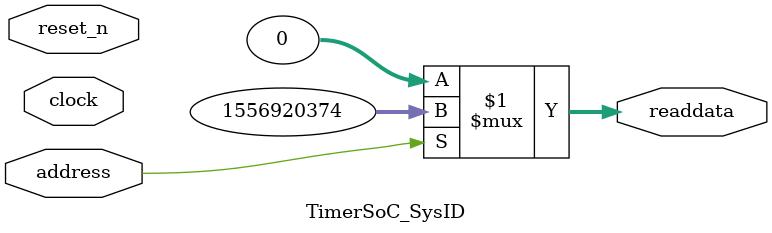
<source format=v>



// synthesis translate_off
`timescale 1ns / 1ps
// synthesis translate_on

// turn off superfluous verilog processor warnings 
// altera message_level Level1 
// altera message_off 10034 10035 10036 10037 10230 10240 10030 

module TimerSoC_SysID (
               // inputs:
                address,
                clock,
                reset_n,

               // outputs:
                readdata
             )
;

  output  [ 31: 0] readdata;
  input            address;
  input            clock;
  input            reset_n;

  wire    [ 31: 0] readdata;
  //control_slave, which is an e_avalon_slave
  assign readdata = address ? 1556920374 : 0;

endmodule



</source>
